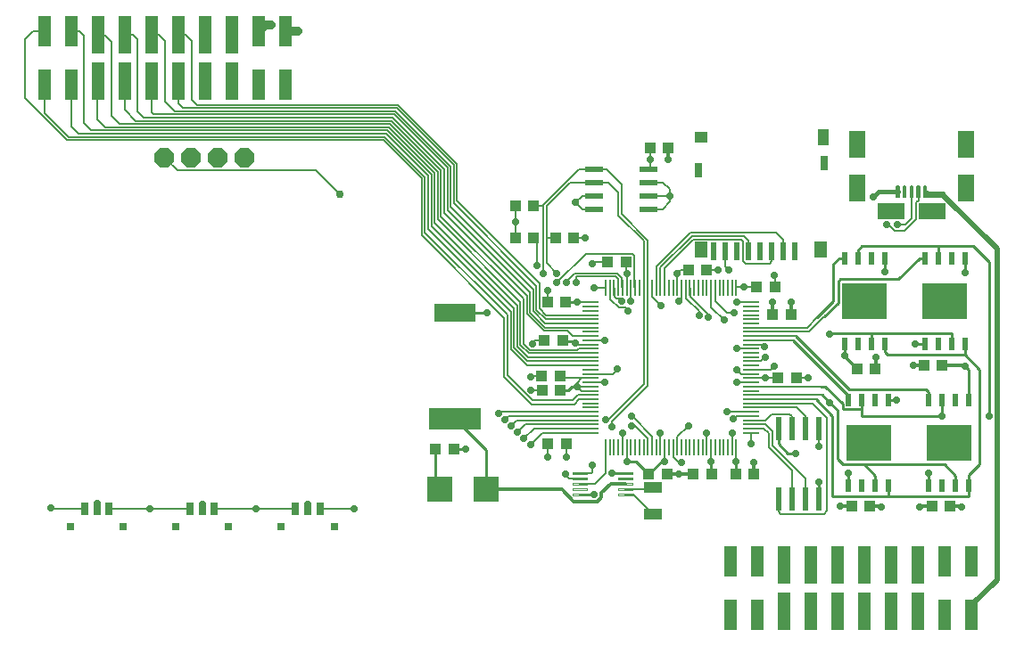
<source format=gbr>
G04 EAGLE Gerber RS-274X export*
G75*
%MOMM*%
%FSLAX34Y34*%
%LPD*%
%INTop Copper*%
%IPPOS*%
%AMOC8*
5,1,8,0,0,1.08239X$1,22.5*%
G01*
%ADD10R,0.200000X1.600000*%
%ADD11R,1.600000X0.200000*%
%ADD12R,1.050000X1.080000*%
%ADD13C,0.118838*%
%ADD14R,0.500000X1.200000*%
%ADD15R,4.300000X3.400000*%
%ADD16R,5.000000X2.000000*%
%ADD17R,4.000000X1.700000*%
%ADD18R,2.400000X2.400000*%
%ADD19R,1.000000X1.100000*%
%ADD20R,0.600000X2.200000*%
%ADD21C,0.200000*%
%ADD22R,1.500000X2.500000*%
%ADD23R,2.500000X1.500000*%
%ADD24R,0.550000X1.750000*%
%ADD25R,1.300000X1.500000*%
%ADD26R,1.000000X1.550000*%
%ADD27R,0.800000X1.400000*%
%ADD28R,1.300000X1.000000*%
%ADD29P,2.061953X8X202.500000*%
%ADD30R,1.270000X3.000000*%
%ADD31R,1.270000X3.680000*%
%ADD32R,0.650000X0.650000*%
%ADD33R,0.800000X1.250000*%
%ADD34R,1.800000X1.000000*%
%ADD35R,1.745500X0.591500*%
%ADD36C,0.203200*%
%ADD37C,0.152400*%
%ADD38C,0.706400*%
%ADD39C,0.254000*%
%ADD40C,0.756400*%
%ADD41C,0.304800*%
%ADD42C,0.812800*%
%ADD43C,0.406400*%
%ADD44C,0.508000*%


D10*
X602800Y201500D03*
X606800Y201500D03*
X610800Y201500D03*
X614800Y201500D03*
X618800Y201500D03*
X622800Y201500D03*
X626800Y201500D03*
X630800Y201500D03*
X634800Y201500D03*
X638800Y201500D03*
X642800Y201500D03*
X646800Y201500D03*
X650800Y201500D03*
X654800Y201500D03*
X658800Y201500D03*
X662800Y201500D03*
X666800Y201500D03*
X670800Y201500D03*
X674800Y201500D03*
X678800Y201500D03*
X682800Y201500D03*
X686800Y201500D03*
X690800Y201500D03*
X694800Y201500D03*
X698800Y201500D03*
X702800Y201500D03*
X706800Y201500D03*
X710800Y201500D03*
X714800Y201500D03*
X718800Y201500D03*
X722800Y201500D03*
X726800Y201500D03*
D11*
X740800Y215500D03*
X740800Y219500D03*
X740800Y223500D03*
X740800Y227500D03*
X740800Y231500D03*
X740800Y235500D03*
X740800Y239500D03*
X740800Y243500D03*
X740800Y247500D03*
X740800Y251500D03*
X740800Y255500D03*
X740800Y259500D03*
X740800Y263500D03*
X740800Y267500D03*
X740800Y271500D03*
X740800Y275500D03*
X740800Y279500D03*
X740800Y283500D03*
X740800Y287500D03*
X740800Y291500D03*
X740800Y295500D03*
X740800Y299500D03*
X740800Y303500D03*
X740800Y307500D03*
X740800Y311500D03*
X740800Y315500D03*
X740800Y319500D03*
X740800Y323500D03*
X740800Y327500D03*
X740800Y331500D03*
X740800Y335500D03*
X740800Y339500D03*
D10*
X726800Y353500D03*
X722800Y353500D03*
X718800Y353500D03*
X714800Y353500D03*
X710800Y353500D03*
X706800Y353500D03*
X702800Y353500D03*
X698800Y353500D03*
X694800Y353500D03*
X690800Y353500D03*
X686800Y353500D03*
X682800Y353500D03*
X678800Y353500D03*
X674800Y353500D03*
X670800Y353500D03*
X666800Y353500D03*
X662800Y353500D03*
X658800Y353500D03*
X654800Y353500D03*
X650800Y353500D03*
X646800Y353500D03*
X642800Y353500D03*
X638800Y353500D03*
X634800Y353500D03*
X630800Y353500D03*
X626800Y353500D03*
X622800Y353500D03*
X618800Y353500D03*
X614800Y353500D03*
X610800Y353500D03*
X606800Y353500D03*
X602800Y353500D03*
D11*
X588800Y339500D03*
X588800Y335500D03*
X588800Y331500D03*
X588800Y327500D03*
X588800Y323500D03*
X588800Y319500D03*
X588800Y315500D03*
X588800Y311500D03*
X588800Y307500D03*
X588800Y303500D03*
X588800Y299500D03*
X588800Y295500D03*
X588800Y291500D03*
X588800Y287500D03*
X588800Y283500D03*
X588800Y279500D03*
X588800Y275500D03*
X588800Y271500D03*
X588800Y267500D03*
X588800Y263500D03*
X588800Y259500D03*
X588800Y255500D03*
X588800Y251500D03*
X588800Y247500D03*
X588800Y243500D03*
X588800Y239500D03*
X588800Y235500D03*
X588800Y231500D03*
X588800Y227500D03*
X588800Y223500D03*
X588800Y219500D03*
X588800Y215500D03*
D12*
X703302Y176556D03*
X685802Y176556D03*
D13*
X627862Y158171D02*
X614666Y158171D01*
X627862Y158171D02*
X627862Y156389D01*
X614666Y156389D01*
X614666Y158171D01*
X614666Y157518D02*
X627862Y157518D01*
X627862Y163171D02*
X614666Y163171D01*
X627862Y163171D02*
X627862Y161389D01*
X614666Y161389D01*
X614666Y163171D01*
X614666Y162518D02*
X627862Y162518D01*
X627862Y168171D02*
X614666Y168171D01*
X627862Y168171D02*
X627862Y166389D01*
X614666Y166389D01*
X614666Y168171D01*
X614666Y167518D02*
X627862Y167518D01*
X627862Y173171D02*
X614666Y173171D01*
X627862Y173171D02*
X627862Y171389D01*
X614666Y171389D01*
X614666Y173171D01*
X614666Y172518D02*
X627862Y172518D01*
X627862Y178171D02*
X614666Y178171D01*
X627862Y178171D02*
X627862Y176389D01*
X614666Y176389D01*
X614666Y178171D01*
X614666Y177518D02*
X627862Y177518D01*
X584954Y178171D02*
X571758Y178171D01*
X584954Y178171D02*
X584954Y176389D01*
X571758Y176389D01*
X571758Y178171D01*
X571758Y177518D02*
X584954Y177518D01*
X584954Y173171D02*
X571758Y173171D01*
X584954Y173171D02*
X584954Y171389D01*
X571758Y171389D01*
X571758Y173171D01*
X571758Y172518D02*
X584954Y172518D01*
X584954Y168171D02*
X571758Y168171D01*
X584954Y168171D02*
X584954Y166389D01*
X571758Y166389D01*
X571758Y168171D01*
X571758Y167518D02*
X584954Y167518D01*
X584954Y163171D02*
X571758Y163171D01*
X584954Y163171D02*
X584954Y161389D01*
X571758Y161389D01*
X571758Y163171D01*
X571758Y162518D02*
X584954Y162518D01*
X584954Y158171D02*
X571758Y158171D01*
X584954Y158171D02*
X584954Y156389D01*
X571758Y156389D01*
X571758Y158171D01*
X571758Y157518D02*
X584954Y157518D01*
D14*
X833202Y246980D03*
X845902Y246980D03*
X858602Y246980D03*
X871302Y246980D03*
X871302Y165780D03*
X858602Y165780D03*
X845902Y165780D03*
X833202Y165780D03*
D15*
X852252Y206380D03*
D14*
X909402Y246980D03*
X922102Y246980D03*
X934802Y246980D03*
X947502Y246980D03*
X947502Y165780D03*
X934802Y165780D03*
X922102Y165780D03*
X909402Y165780D03*
D15*
X928452Y206380D03*
D14*
X905592Y381600D03*
X918292Y381600D03*
X930992Y381600D03*
X943692Y381600D03*
X943692Y300400D03*
X930992Y300400D03*
X918292Y300400D03*
X905592Y300400D03*
D15*
X924642Y341000D03*
D14*
X829392Y381600D03*
X842092Y381600D03*
X854792Y381600D03*
X867492Y381600D03*
X867492Y300400D03*
X854792Y300400D03*
X842092Y300400D03*
X829392Y300400D03*
D15*
X848442Y341000D03*
D16*
X460000Y228500D03*
D17*
X460000Y330000D03*
D18*
X489320Y161770D03*
X445320Y161770D03*
D19*
X458500Y200000D03*
X441500Y200000D03*
D20*
X766654Y152910D03*
X779354Y152910D03*
X792054Y152910D03*
X804754Y152910D03*
X804754Y219210D03*
X792054Y219210D03*
X779354Y219210D03*
X766654Y219210D03*
D21*
X905096Y439508D02*
X905096Y450008D01*
X907096Y450008D01*
X907096Y439508D01*
X905096Y439508D01*
X905096Y441408D02*
X907096Y441408D01*
X907096Y443308D02*
X905096Y443308D01*
X905096Y445208D02*
X907096Y445208D01*
X907096Y447108D02*
X905096Y447108D01*
X905096Y449008D02*
X907096Y449008D01*
X898596Y450008D02*
X898596Y439508D01*
X898596Y450008D02*
X900596Y450008D01*
X900596Y439508D01*
X898596Y439508D01*
X898596Y441408D02*
X900596Y441408D01*
X900596Y443308D02*
X898596Y443308D01*
X898596Y445208D02*
X900596Y445208D01*
X900596Y447108D02*
X898596Y447108D01*
X898596Y449008D02*
X900596Y449008D01*
X892096Y450008D02*
X892096Y439508D01*
X892096Y450008D02*
X894096Y450008D01*
X894096Y439508D01*
X892096Y439508D01*
X892096Y441408D02*
X894096Y441408D01*
X894096Y443308D02*
X892096Y443308D01*
X892096Y445208D02*
X894096Y445208D01*
X894096Y447108D02*
X892096Y447108D01*
X892096Y449008D02*
X894096Y449008D01*
X885596Y450008D02*
X885596Y439508D01*
X885596Y450008D02*
X887596Y450008D01*
X887596Y439508D01*
X885596Y439508D01*
X885596Y441408D02*
X887596Y441408D01*
X887596Y443308D02*
X885596Y443308D01*
X885596Y445208D02*
X887596Y445208D01*
X887596Y447108D02*
X885596Y447108D01*
X885596Y449008D02*
X887596Y449008D01*
X879096Y450008D02*
X879096Y439508D01*
X879096Y450008D02*
X881096Y450008D01*
X881096Y439508D01*
X879096Y439508D01*
X879096Y441408D02*
X881096Y441408D01*
X881096Y443308D02*
X879096Y443308D01*
X879096Y445208D02*
X881096Y445208D01*
X881096Y447108D02*
X879096Y447108D01*
X879096Y449008D02*
X881096Y449008D01*
D22*
X944596Y490008D03*
X944596Y448008D03*
D23*
X912596Y426008D03*
X873596Y426008D03*
D22*
X841596Y448008D03*
X841596Y490008D03*
D24*
X705596Y388168D03*
X716596Y388168D03*
X727596Y388168D03*
X738596Y388168D03*
X749596Y388168D03*
X760596Y388168D03*
X771596Y388168D03*
X782596Y388168D03*
D25*
X693596Y389418D03*
X807096Y389418D03*
D26*
X809596Y496168D03*
D27*
X810596Y471918D03*
X691096Y465418D03*
D28*
X693596Y496168D03*
D29*
X260300Y477300D03*
X234900Y477300D03*
X209500Y477300D03*
X184100Y477300D03*
D12*
X559700Y269242D03*
X542200Y269242D03*
X644946Y486398D03*
X662446Y486398D03*
X912360Y146030D03*
X929860Y146030D03*
X836170Y146030D03*
X853670Y146030D03*
X904900Y279840D03*
X922400Y279840D03*
X841250Y276190D03*
X858750Y276190D03*
X766264Y267808D03*
X783764Y267808D03*
X565354Y205428D03*
X547854Y205428D03*
X761250Y328000D03*
X778750Y328000D03*
X745850Y353970D03*
X763350Y353970D03*
X681250Y370000D03*
X698750Y370000D03*
X621930Y377840D03*
X604430Y377840D03*
X726170Y176350D03*
X743670Y176350D03*
X643790Y176350D03*
X661290Y176350D03*
X560020Y255682D03*
X542520Y255682D03*
X562052Y303048D03*
X544552Y303048D03*
X565100Y340000D03*
X547600Y340000D03*
D30*
X70000Y546600D03*
X95400Y546600D03*
D31*
X120800Y550000D03*
X146200Y550000D03*
X171600Y550000D03*
X197000Y550000D03*
X222400Y550000D03*
X247800Y550000D03*
D30*
X273200Y546600D03*
X298600Y546600D03*
X298600Y597400D03*
X273200Y597400D03*
D31*
X247800Y594000D03*
X222400Y594000D03*
X197000Y594000D03*
X171600Y594000D03*
X146200Y594000D03*
X120800Y594000D03*
D30*
X95400Y597400D03*
X70000Y597400D03*
X950000Y93400D03*
X924600Y93400D03*
D31*
X899200Y90000D03*
X873800Y90000D03*
X848400Y90000D03*
X823000Y90000D03*
X797600Y90000D03*
X772200Y90000D03*
D30*
X746800Y93400D03*
X721400Y93400D03*
X721400Y42600D03*
X746800Y42600D03*
D31*
X772200Y46000D03*
X797600Y46000D03*
X823000Y46000D03*
X848400Y46000D03*
X873800Y46000D03*
X899200Y46000D03*
D30*
X924600Y42600D03*
X950000Y42600D03*
D32*
X145000Y126750D03*
X95000Y126750D03*
D33*
X120000Y143750D03*
X131500Y143750D03*
X108500Y143750D03*
D32*
X245000Y126750D03*
X195000Y126750D03*
D33*
X220000Y143750D03*
X231500Y143750D03*
X208500Y143750D03*
D32*
X345000Y126750D03*
X295000Y126750D03*
D33*
X320000Y143750D03*
X331500Y143750D03*
X308500Y143750D03*
D34*
X647700Y163376D03*
X647700Y138376D03*
D35*
X591625Y466344D03*
X591625Y453644D03*
X591625Y440944D03*
X591625Y428244D03*
X643323Y428244D03*
X643323Y440944D03*
X643323Y453644D03*
X643323Y466344D03*
D19*
X534280Y400812D03*
X517280Y400812D03*
X534280Y431292D03*
X517280Y431292D03*
X555380Y400812D03*
X572380Y400812D03*
D36*
X602460Y201500D02*
X602800Y201500D01*
X602460Y201500D02*
X602460Y176923D01*
X592818Y167280D01*
X578356Y167280D01*
D37*
X740800Y205418D02*
X740800Y215500D01*
X740800Y205418D02*
X740492Y205110D01*
D38*
X740492Y205110D03*
X804754Y202824D03*
D37*
X804754Y219210D01*
D36*
X779354Y179873D02*
X779354Y152910D01*
X757436Y215161D02*
X753049Y219548D01*
X740848Y219548D01*
D37*
X740800Y219500D01*
D36*
X757436Y201791D02*
X779354Y179873D01*
X757436Y201791D02*
X757436Y215161D01*
X792054Y172246D02*
X792054Y152910D01*
X760992Y216875D02*
X754319Y223548D01*
X740848Y223548D01*
D37*
X740800Y223500D01*
D36*
X760992Y203308D02*
X792054Y172246D01*
X760992Y203308D02*
X760992Y216875D01*
X779354Y219210D02*
X779354Y231363D01*
X777205Y233512D01*
X760421Y233512D01*
X754409Y227500D02*
X740800Y227500D01*
X754409Y227500D02*
X760421Y233512D01*
X706800Y341020D02*
X706800Y353500D01*
X706800Y341020D02*
X717820Y330000D01*
X725000Y330000D01*
D38*
X725000Y330000D03*
X899200Y90000D03*
D36*
X715000Y322500D02*
X702800Y334700D01*
D38*
X715000Y322500D03*
X899200Y46000D03*
D36*
X702800Y334700D02*
X702800Y353500D01*
D38*
X700000Y325000D03*
D36*
X683260Y353040D02*
X682800Y353500D01*
X683260Y353040D02*
X683260Y344448D01*
X700000Y327708D02*
X700000Y325000D01*
X700000Y327708D02*
X683260Y344448D01*
D38*
X873800Y90000D03*
D36*
X873800Y97500D01*
D38*
X691412Y327500D03*
D36*
X679244Y353056D02*
X678800Y353500D01*
X691412Y331267D02*
X691412Y327500D01*
X679244Y343435D02*
X679244Y353056D01*
X679244Y343435D02*
X691412Y331267D01*
D38*
X873800Y46000D03*
D36*
X740800Y239500D02*
X740864Y239564D01*
X792054Y231109D02*
X792054Y219210D01*
X792054Y231109D02*
X783599Y239564D01*
X740864Y239564D01*
X740800Y243500D02*
X740848Y243548D01*
X740928Y243628D02*
X799093Y243628D01*
D37*
X740928Y243628D02*
X740800Y243500D01*
D36*
X799093Y243628D02*
X812882Y229839D01*
X812882Y141519D02*
X809925Y138562D01*
X768686Y138562D01*
X812882Y141519D02*
X812882Y229839D01*
X766654Y140594D02*
X768686Y138562D01*
X766654Y140594D02*
X766654Y152910D01*
D39*
X947502Y155620D02*
X947502Y165780D01*
X947502Y155620D02*
X947462Y155580D01*
X870032Y155580D01*
X817962Y155580D01*
X817962Y231780D01*
X802214Y247528D01*
D36*
X740828Y247528D01*
D37*
X740800Y247500D01*
D39*
X871302Y165780D02*
X871302Y156850D01*
X870032Y155580D01*
X943692Y289911D02*
X943692Y300400D01*
X947502Y175359D02*
X947502Y165780D01*
X957876Y275727D02*
X943692Y289911D01*
X957876Y275727D02*
X957876Y185733D01*
X947502Y175359D01*
X870361Y289911D02*
X867492Y292780D01*
X867492Y300400D01*
X870361Y289911D02*
X943692Y289911D01*
D36*
X808402Y251500D02*
X740800Y251500D01*
D39*
X808402Y251500D02*
X815422Y244480D01*
D38*
X815422Y244480D03*
D39*
X858602Y174630D02*
X858602Y165780D01*
X822878Y237024D02*
X815422Y244480D01*
X822878Y237024D02*
X822878Y190763D01*
X828325Y185316D01*
X847916Y185316D01*
X858602Y174630D01*
X934802Y174670D02*
X934802Y165780D01*
X934802Y174670D02*
X924156Y185316D01*
X847916Y185316D01*
X854792Y300400D02*
X854792Y310520D01*
D38*
X815422Y309504D03*
D39*
X930992Y310520D02*
X930992Y300400D01*
X930992Y310520D02*
X854792Y310520D01*
X816438Y310520D01*
X815422Y309504D01*
D38*
X966552Y231780D03*
D39*
X922102Y231780D02*
X922102Y246980D01*
D38*
X922102Y231780D03*
D39*
X842092Y388971D02*
X846055Y392934D01*
X842092Y388971D02*
X842092Y381600D01*
X846055Y392934D02*
X918292Y392934D01*
X951448Y392934D01*
X966552Y377830D01*
X966552Y231780D01*
X918292Y381600D02*
X918292Y392934D01*
X922102Y231780D02*
X845902Y231780D01*
X845902Y238130D02*
X827820Y238130D01*
X827820Y243298D01*
D36*
X806992Y259720D02*
X741020Y259720D01*
D37*
X740800Y259500D01*
D39*
X845902Y246980D02*
X845902Y238130D01*
X845902Y231780D01*
X811398Y259720D02*
X806992Y259720D01*
X811398Y259720D02*
X827820Y243298D01*
D37*
X685874Y399288D02*
X658752Y372166D01*
X731209Y399288D02*
X733140Y397357D01*
X733140Y378891D02*
X735603Y376428D01*
X758698Y376428D01*
X760596Y378326D01*
X760596Y388168D01*
X731209Y399288D02*
X685874Y399288D01*
X733140Y397357D02*
X733140Y378891D01*
X658800Y353500D02*
X658752Y353548D01*
X658752Y372166D01*
X654800Y372735D02*
X684571Y402506D01*
X738596Y398308D02*
X738596Y388168D01*
X738596Y398308D02*
X734398Y402506D01*
X684571Y402506D01*
X654800Y372735D02*
X654800Y353500D01*
X683098Y405554D02*
X697710Y405554D01*
X764878Y405554D01*
X771596Y398836D02*
X771596Y388168D01*
X771596Y398836D02*
X764878Y405554D01*
X650800Y373256D02*
X650800Y353500D01*
X650800Y373256D02*
X683098Y405554D01*
D38*
X655000Y336000D03*
D37*
X655000Y336305D01*
X646736Y353436D02*
X646800Y353500D01*
X646736Y353436D02*
X646736Y344569D01*
X655000Y336305D01*
D38*
X720000Y370000D03*
D37*
X716596Y373404D01*
X716596Y388168D01*
D36*
X578398Y177322D02*
X578356Y177280D01*
X578398Y177322D02*
X588907Y177322D01*
X642800Y260561D02*
X642800Y353500D01*
X642800Y260561D02*
X608810Y226571D01*
X608810Y221440D01*
D38*
X608810Y221440D03*
X589760Y184610D03*
D36*
X589760Y178175D01*
X588907Y177322D01*
D38*
X543408Y367284D03*
D37*
X617982Y423418D02*
X617982Y451612D01*
X603250Y466344D01*
X591625Y466344D01*
X642800Y398600D02*
X642800Y353500D01*
X642800Y398600D02*
X617982Y423418D01*
X591625Y466344D02*
X577596Y466344D01*
X543408Y432156D01*
X543408Y367284D01*
X542544Y431292D02*
X534280Y431292D01*
X542544Y431292D02*
X543408Y432156D01*
X350520Y441960D02*
X327660Y464820D01*
D40*
X350520Y441960D03*
D37*
X196580Y464820D02*
X184100Y477300D01*
X196580Y464820D02*
X327660Y464820D01*
D36*
X578398Y172322D02*
X578356Y172280D01*
X638800Y261590D02*
X638800Y353500D01*
X638800Y261590D02*
X605000Y227790D01*
X602738Y227790D01*
D38*
X602738Y227790D03*
X564360Y176482D03*
D36*
X567688Y172280D02*
X578356Y172280D01*
X567688Y172280D02*
X563486Y176482D01*
X564360Y176482D01*
D38*
X556260Y367284D03*
D37*
X614934Y422155D02*
X638800Y398289D01*
X614934Y444246D02*
X605536Y453644D01*
X591625Y453644D01*
X638800Y398289D02*
X638800Y353500D01*
X614934Y422155D02*
X614934Y444246D01*
X591625Y453644D02*
X569214Y453644D01*
X546608Y431038D01*
X546608Y400812D01*
X546608Y376936D01*
X556260Y367284D01*
X555380Y400812D02*
X546608Y400812D01*
X540064Y333653D02*
X546217Y327500D01*
X588800Y327500D01*
X461772Y436102D02*
X461772Y471088D01*
X405556Y527304D01*
X540064Y357810D02*
X540064Y333653D01*
X540064Y357810D02*
X461772Y436102D01*
X204216Y594000D02*
X197000Y594000D01*
X204216Y594000D02*
X210312Y587904D01*
X210312Y531876D01*
X214884Y527304D01*
X405556Y527304D01*
X537016Y355092D02*
X537016Y332391D01*
X545907Y323500D02*
X588800Y323500D01*
X545907Y323500D02*
X537016Y332391D01*
X537016Y355092D02*
X458724Y433384D01*
X458724Y469826D02*
X404294Y524256D01*
X458724Y469826D02*
X458724Y433384D01*
X197000Y528424D02*
X197000Y550000D01*
X197000Y528424D02*
X201168Y524256D01*
X404294Y524256D01*
X530920Y348996D02*
X530920Y329865D01*
X545285Y315500D02*
X588800Y315500D01*
X545285Y315500D02*
X530920Y329865D01*
X530920Y348996D02*
X452628Y427288D01*
X452628Y467301D02*
X401769Y518160D01*
X452628Y467301D02*
X452628Y427288D01*
X171600Y520296D02*
X171600Y550000D01*
X171600Y520296D02*
X173736Y518160D01*
X401769Y518160D01*
X527872Y328603D02*
X544023Y312452D01*
X527872Y328603D02*
X527872Y345948D01*
X571483Y307500D02*
X588800Y307500D01*
X571483Y307500D02*
X566531Y312452D01*
X544023Y312452D01*
X527872Y345948D02*
X449580Y424240D01*
X449580Y466038D02*
X400506Y515112D01*
X449580Y466038D02*
X449580Y424240D01*
X154000Y594000D02*
X146200Y594000D01*
X154000Y594000D02*
X158496Y589504D01*
X158496Y521208D02*
X164592Y515112D01*
X158496Y521208D02*
X158496Y589504D01*
X164592Y515112D02*
X400506Y515112D01*
D36*
X731252Y271500D02*
X740800Y271500D01*
X731252Y271500D02*
X727284Y275468D01*
D38*
X727284Y275468D03*
X924600Y42600D03*
D36*
X759731Y275500D02*
X740800Y275500D01*
X759731Y275500D02*
X762843Y278612D01*
D38*
X762843Y278612D03*
X924600Y93400D03*
D36*
X750048Y283500D02*
X740800Y283500D01*
X750048Y283500D02*
X753954Y287406D01*
D38*
X753954Y287406D03*
X950000Y93400D03*
D36*
X780532Y303500D02*
X740800Y303500D01*
D39*
X833202Y250830D02*
X833202Y246980D01*
X833202Y250830D02*
X780532Y303500D01*
D36*
X783383Y307500D02*
X740800Y307500D01*
D39*
X909402Y254600D02*
X909402Y246980D01*
X909402Y254600D02*
X906822Y257180D01*
X833703Y257180D01*
X783383Y307500D01*
D36*
X796082Y311500D02*
X810519Y325937D01*
X796082Y311500D02*
X740800Y311500D01*
D39*
X823640Y359665D02*
X825785Y361810D01*
X900512Y381600D02*
X905592Y381600D01*
X900512Y381600D02*
X880722Y361810D01*
X823640Y359665D02*
X823640Y339058D01*
X810519Y325937D01*
X825785Y361810D02*
X880722Y361810D01*
D36*
X803664Y325364D02*
X793773Y315473D01*
X740827Y315473D01*
D37*
X740800Y315500D01*
D39*
X824312Y381600D02*
X829392Y381600D01*
X824312Y381600D02*
X818978Y376266D01*
X818978Y340695D02*
X803687Y325404D01*
X818978Y340695D02*
X818978Y376266D01*
D36*
X518470Y227500D02*
X513150Y222180D01*
D38*
X513150Y222180D03*
D36*
X518470Y227500D02*
X588800Y227500D01*
D38*
X720089Y84581D03*
D36*
X720089Y92089D01*
X721400Y93400D01*
X526615Y223500D02*
X519223Y216107D01*
D38*
X519223Y216107D03*
D36*
X526615Y223500D02*
X588800Y223500D01*
D38*
X746760Y86038D03*
D36*
X746760Y93360D01*
X746800Y93400D01*
X534761Y219500D02*
X525295Y210035D01*
D38*
X525295Y210035D03*
D36*
X534761Y219500D02*
X588800Y219500D01*
D38*
X772200Y46000D03*
D36*
X542906Y215500D02*
X531368Y203962D01*
D38*
X531368Y203962D03*
D36*
X542906Y215500D02*
X588800Y215500D01*
D38*
X772200Y90000D03*
D36*
X642800Y201500D02*
X642800Y210516D01*
X630816Y222500D01*
X627500Y222500D01*
D38*
X627500Y222500D03*
X797600Y46000D03*
D36*
X646800Y201500D02*
X646800Y212173D01*
D38*
X627500Y231088D03*
D36*
X627885Y231088D02*
X646800Y212173D01*
X627885Y231088D02*
X627500Y231088D01*
D38*
X797600Y90000D03*
X675000Y187500D03*
D36*
X667244Y201056D02*
X666800Y201500D01*
X672208Y187500D02*
X675000Y187500D01*
X667244Y192464D02*
X667244Y201056D01*
X667244Y192464D02*
X672208Y187500D01*
D38*
X823000Y46000D03*
D36*
X670800Y201500D02*
X670800Y211872D01*
X681428Y222500D01*
D38*
X681428Y222500D03*
X823000Y90000D03*
D36*
X899640Y444714D02*
X899596Y444758D01*
X897556Y418797D02*
X886139Y407380D01*
X897556Y434560D02*
X899640Y436644D01*
X897556Y434560D02*
X897556Y418797D01*
X899640Y436644D02*
X899640Y444714D01*
D38*
X869160Y413452D03*
D36*
X871413Y413452D01*
X877485Y407380D01*
X886139Y407380D01*
D38*
X618112Y340444D03*
D36*
X612748Y342960D02*
X611260Y344448D01*
X611260Y353040D02*
X610800Y353500D01*
X611260Y353040D02*
X611260Y344448D01*
X612748Y342960D02*
X615596Y342960D01*
X618112Y340444D01*
D38*
X848400Y46000D03*
D36*
X893096Y419366D02*
X893096Y444758D01*
X893096Y419366D02*
X886940Y413210D01*
X880242Y413210D01*
X880000Y413452D01*
D38*
X880000Y413452D03*
X623772Y331650D03*
D36*
X607244Y353056D02*
X606800Y353500D01*
X621050Y334372D02*
X623772Y331650D01*
X621050Y334372D02*
X615597Y334372D01*
X607244Y342725D02*
X607244Y353056D01*
X607244Y342725D02*
X615597Y334372D01*
D38*
X848400Y90000D03*
D36*
X588800Y251500D02*
X576640Y251500D01*
X571472Y246332D01*
X555216Y246332D01*
D37*
X533592Y246332D01*
X509584Y270340D01*
X509584Y327660D01*
X431292Y405952D01*
X431292Y458463D02*
X392931Y496824D01*
X431292Y458463D02*
X431292Y405952D01*
X70000Y519527D02*
X70000Y546600D01*
X70000Y519527D02*
X92703Y496824D01*
X392931Y496824D01*
D36*
X577720Y247500D02*
X588800Y247500D01*
X572996Y242776D02*
X559026Y242776D01*
X572996Y242776D02*
X577720Y247500D01*
D37*
X506536Y269078D02*
X506536Y324612D01*
X532838Y242776D02*
X559026Y242776D01*
X532838Y242776D02*
X506536Y269078D01*
X506536Y324612D02*
X428244Y402904D01*
X428244Y457200D01*
X391668Y493776D01*
X385572Y493776D01*
X382524Y493776D01*
X91440Y493776D01*
X51816Y533400D01*
X51816Y589788D01*
X59436Y597408D01*
X69992Y597408D01*
X70000Y597400D01*
D38*
X829392Y288930D03*
D39*
X829392Y300400D01*
X896742Y300400D02*
X905592Y300400D01*
X896742Y300400D02*
X896702Y300360D01*
D38*
X896702Y300360D03*
D39*
X833202Y177170D02*
X833202Y165780D01*
D38*
X833202Y177170D03*
D39*
X909402Y177170D02*
X909402Y165780D01*
D38*
X909402Y177170D03*
D39*
X592030Y157280D02*
X578356Y157280D01*
X592030Y157280D02*
X592190Y157120D01*
D38*
X592190Y157120D03*
D39*
X470000Y200000D02*
X458500Y200000D01*
D38*
X470000Y200000D03*
D36*
X575924Y339500D02*
X588800Y339500D01*
X575670Y339500D02*
X575646Y339476D01*
D38*
X575646Y339476D03*
D36*
X574998Y299500D02*
X588800Y299500D01*
X574998Y299500D02*
X573900Y300598D01*
D38*
X573900Y300598D03*
D36*
X622800Y353500D02*
X622800Y366564D01*
X622890Y366654D01*
D38*
X622890Y366654D03*
D36*
X670800Y366812D02*
X670800Y353500D01*
X670800Y366812D02*
X670896Y366908D01*
D38*
X670896Y366908D03*
X734236Y353860D03*
D36*
X740800Y299500D02*
X751784Y299500D01*
X753856Y297428D01*
D38*
X753856Y297428D03*
D36*
X753954Y267594D02*
X753860Y267500D01*
X740800Y267500D01*
D38*
X753954Y267594D03*
D36*
X740774Y231526D02*
X740800Y231500D01*
X740774Y231526D02*
X726522Y231526D01*
X724236Y229240D01*
D38*
X724236Y229240D03*
D36*
X726800Y201500D02*
X726800Y188370D01*
X726776Y188346D01*
D38*
X726776Y188346D03*
D36*
X702800Y188500D02*
X702800Y201500D01*
X702800Y188500D02*
X702646Y188346D01*
D38*
X702646Y188346D03*
D36*
X658800Y188504D02*
X658800Y201500D01*
X658800Y188504D02*
X658958Y188346D01*
D38*
X658958Y188346D03*
D36*
X622800Y188436D02*
X622800Y201500D01*
X622800Y188436D02*
X622890Y188346D01*
D38*
X622890Y188346D03*
D36*
X588800Y259500D02*
X575680Y259500D01*
X575646Y259466D01*
D38*
X575646Y259466D03*
D36*
X579680Y255500D02*
X588800Y255500D01*
X579680Y255500D02*
X575680Y259500D01*
D39*
X766654Y219210D02*
X766654Y204856D01*
X775798Y195712D01*
X783164Y195712D01*
D38*
X783164Y195712D03*
D39*
X565600Y339500D02*
X565100Y340000D01*
X565600Y339500D02*
X575670Y339500D01*
X575924Y339500D01*
X562052Y303048D02*
X562454Y302646D01*
X571852Y302646D01*
X573900Y300598D01*
X570916Y259466D02*
X567132Y255682D01*
X560020Y255682D01*
X570916Y259466D02*
X575646Y259466D01*
X631704Y188436D02*
X643790Y176350D01*
X631704Y188436D02*
X622800Y188436D01*
X655786Y188346D02*
X658958Y188346D01*
X655786Y188346D02*
X643790Y176350D01*
X702646Y177212D02*
X702646Y188346D01*
X702646Y177212D02*
X703302Y176556D01*
X726776Y176956D02*
X726776Y188346D01*
X726776Y176956D02*
X726170Y176350D01*
X743176Y351296D02*
X745850Y353970D01*
D36*
X681250Y370000D02*
X673988Y370000D01*
X670896Y366908D01*
D41*
X825500Y146030D02*
X836170Y146030D01*
X825500Y146030D02*
X825472Y146002D01*
D38*
X825472Y146002D03*
D41*
X901700Y146030D02*
X912360Y146030D01*
X901700Y146030D02*
X900910Y145240D01*
D38*
X900910Y145240D03*
D41*
X841250Y276190D02*
X829392Y288048D01*
X829392Y288930D01*
X904880Y279860D02*
X904900Y279840D01*
X904880Y279860D02*
X894560Y279860D01*
D38*
X894560Y279860D03*
D41*
X761250Y328000D02*
X761210Y328040D01*
X761210Y339550D01*
D38*
X761210Y339550D03*
D36*
X575790Y259610D02*
X575646Y259466D01*
X621930Y367434D02*
X621930Y377840D01*
X621930Y367434D02*
X622800Y366564D01*
X734346Y353970D02*
X745850Y353970D01*
X734346Y353970D02*
X734236Y353860D01*
X727160Y353860D01*
X726800Y353500D01*
X565354Y205428D02*
X565354Y192506D01*
X565630Y192230D01*
D38*
X565630Y192230D03*
D36*
X580000Y267500D02*
X588800Y267500D01*
X580000Y267500D02*
X561442Y267500D01*
X559700Y269242D01*
D37*
X765956Y267500D02*
X766264Y267808D01*
X765956Y267500D02*
X753860Y267500D01*
X644946Y467967D02*
X644946Y475488D01*
X644946Y467967D02*
X643323Y466344D01*
X644946Y475488D02*
X644946Y486398D01*
D38*
X644946Y475488D03*
D37*
X517280Y415720D02*
X517280Y400812D01*
X517280Y415720D02*
X517000Y416000D01*
D38*
X517000Y416000D03*
D37*
X572380Y400812D02*
X583692Y400812D01*
D38*
X583692Y400812D03*
D37*
X517280Y416280D02*
X517280Y431292D01*
X517280Y416280D02*
X517000Y416000D01*
D42*
X279304Y603504D02*
X273200Y597400D01*
X279304Y603504D02*
X284988Y603504D01*
D40*
X284988Y603504D03*
D37*
X575646Y263146D02*
X575646Y259466D01*
X575646Y263146D02*
X580000Y267500D01*
D39*
X943692Y367670D02*
X943692Y381600D01*
D38*
X943692Y367670D03*
D39*
X867492Y368386D02*
X867492Y381600D01*
D38*
X867492Y368386D03*
D39*
X871302Y246980D02*
X879136Y246980D01*
X879176Y247020D01*
D38*
X879176Y247020D03*
D39*
X946231Y276231D02*
X947502Y274960D01*
X946231Y276231D02*
X943692Y278770D01*
X947502Y274960D02*
X947502Y246980D01*
D38*
X943692Y278770D03*
D39*
X621264Y177280D02*
X608860Y177280D01*
X608700Y177440D01*
D38*
X608700Y177440D03*
D39*
X490000Y330000D02*
X460000Y330000D01*
D38*
X490000Y330000D03*
D36*
X588800Y303500D02*
X601970Y303500D01*
X602062Y303408D01*
D38*
X602062Y303408D03*
D36*
X626800Y340338D02*
X626800Y353500D01*
X626800Y340338D02*
X626700Y340238D01*
D38*
X626700Y340238D03*
D36*
X674800Y342832D02*
X674800Y353500D01*
X674800Y342832D02*
X672206Y340238D01*
D38*
X672206Y340238D03*
D36*
X727308Y339500D02*
X740800Y339500D01*
X727308Y339500D02*
X727284Y339476D01*
D38*
X727284Y339476D03*
D36*
X727318Y295500D02*
X740800Y295500D01*
X727318Y295500D02*
X727284Y295534D01*
D38*
X727284Y295534D03*
D36*
X727314Y263500D02*
X740800Y263500D01*
X727314Y263500D02*
X727284Y263530D01*
D38*
X727284Y263530D03*
D36*
X717976Y235500D02*
X740800Y235500D01*
X717976Y235500D02*
X717886Y235590D01*
D38*
X717886Y235590D03*
D36*
X722800Y214928D02*
X722800Y201500D01*
X722800Y214928D02*
X722712Y215016D01*
D38*
X722712Y215016D03*
D36*
X698800Y214980D02*
X698800Y201500D01*
X698800Y214980D02*
X698836Y215016D01*
D38*
X698836Y215016D03*
D36*
X654800Y214856D02*
X654800Y201500D01*
X654800Y214856D02*
X654640Y215016D01*
D38*
X654640Y215016D03*
D36*
X618800Y214990D02*
X618800Y201500D01*
X618800Y214990D02*
X618826Y215016D01*
D38*
X618826Y215016D03*
D36*
X602032Y263500D02*
X588800Y263500D01*
X602032Y263500D02*
X602062Y263530D01*
D38*
X602062Y263530D03*
D39*
X804754Y169042D02*
X804754Y152910D01*
D38*
X804754Y169042D03*
D41*
X853670Y146030D02*
X863290Y146030D01*
X864080Y145240D01*
D38*
X864080Y145240D03*
D41*
X929860Y146030D02*
X939490Y146030D01*
X940280Y145240D01*
D38*
X940280Y145240D03*
D41*
X858750Y276190D02*
X859000Y276440D01*
X859000Y287480D01*
D38*
X859000Y287480D03*
D41*
X922400Y279840D02*
X942622Y279840D01*
X946231Y276231D01*
D38*
X778990Y339550D03*
D41*
X778990Y328240D02*
X778750Y328000D01*
X778990Y328240D02*
X778990Y339550D01*
X662446Y475990D02*
X662446Y486398D01*
X662446Y475990D02*
X661896Y475440D01*
D38*
X661896Y475440D03*
D41*
X743670Y187136D02*
X743670Y176350D01*
X743670Y187136D02*
X743684Y187150D01*
D38*
X743684Y187150D03*
D41*
X672940Y176350D02*
X661290Y176350D01*
X671514Y176556D02*
X672080Y175990D01*
D38*
X672080Y175990D03*
D41*
X673146Y176556D02*
X685802Y176556D01*
X673146Y176556D02*
X671514Y176556D01*
X672940Y176350D02*
X673146Y176556D01*
D36*
X763350Y353970D02*
X763350Y364080D01*
X762480Y364950D01*
D38*
X762480Y364950D03*
D36*
X698780Y370030D02*
X698750Y370000D01*
X698780Y370030D02*
X709140Y370030D01*
D38*
X709140Y370030D03*
D36*
X547600Y350730D02*
X547600Y340000D01*
X547600Y350730D02*
X547850Y350980D01*
D38*
X547850Y350980D03*
D36*
X544552Y303048D02*
X536306Y303048D01*
X533278Y300020D01*
D38*
X533278Y300020D03*
D36*
X532470Y255682D02*
X542520Y255682D01*
X532470Y255682D02*
X532008Y256144D01*
D38*
X532008Y256144D03*
D36*
X547854Y192234D02*
X547850Y192230D01*
X547854Y192234D02*
X547854Y205428D01*
D38*
X547850Y192230D03*
D43*
X861826Y444758D02*
X880096Y444758D01*
X861826Y444758D02*
X856742Y439674D01*
D38*
X856742Y439674D03*
D37*
X591625Y440944D02*
X580390Y440944D01*
X574294Y434848D01*
D38*
X574294Y434848D03*
D37*
X580898Y428244D02*
X591625Y428244D01*
X580898Y428244D02*
X574294Y434848D01*
X643323Y440944D02*
X663956Y440944D01*
D38*
X663956Y440944D03*
D37*
X657098Y428244D02*
X643323Y428244D01*
X657098Y428244D02*
X663956Y435102D01*
X663956Y440944D01*
X657352Y453644D02*
X643323Y453644D01*
X657352Y453644D02*
X663956Y447040D01*
X663956Y440944D01*
X604430Y377840D02*
X591454Y377840D01*
X589788Y376174D01*
D38*
X589788Y376174D03*
D37*
X542200Y269242D02*
X532132Y269242D01*
X531876Y268986D01*
D38*
X531876Y268986D03*
D37*
X783764Y267808D02*
X794674Y267808D01*
X794766Y267716D01*
D38*
X794766Y267716D03*
D37*
X169940Y143750D02*
X131500Y143750D01*
X169940Y143750D02*
X170180Y143510D01*
D38*
X170180Y143510D03*
D37*
X169940Y143750D02*
X208500Y143750D01*
X231500Y143750D02*
X270524Y143750D01*
X270764Y143510D01*
D38*
X270764Y143510D03*
D37*
X270524Y143750D02*
X308500Y143750D01*
X331500Y143750D02*
X363714Y143750D01*
X363728Y143764D01*
D38*
X363728Y143764D03*
D42*
X311000Y597400D02*
X298600Y597400D01*
D40*
X311000Y597400D03*
D37*
X591888Y353500D02*
X602800Y353500D01*
X591888Y353500D02*
X591820Y353568D01*
D38*
X591820Y353568D03*
D37*
X108500Y143750D02*
X76250Y143750D01*
X76000Y144000D01*
D38*
X76000Y144000D03*
D39*
X489320Y161770D02*
X489870Y161220D01*
X489320Y161770D02*
X489320Y199180D01*
X460000Y228500D01*
D41*
X594916Y150540D02*
X598770Y154394D01*
X598770Y158204D01*
X561226Y161770D02*
X489320Y161770D01*
X572456Y150540D02*
X594916Y150540D01*
X572456Y150540D02*
X561226Y161770D01*
X598770Y158204D02*
X607846Y167280D01*
X621264Y167280D01*
D39*
X445320Y161770D02*
X441500Y165590D01*
X441500Y200000D01*
D44*
X950000Y51567D02*
X950000Y42600D01*
X950000Y51567D02*
X974148Y75715D01*
X974148Y390203D01*
X923661Y440690D01*
D43*
X908128Y442726D02*
X906096Y444758D01*
X908128Y442726D02*
X923036Y442726D01*
X923153Y441198D02*
X923661Y440690D01*
X923153Y441198D02*
X908558Y441198D01*
D37*
X588800Y295500D02*
X577030Y295500D01*
X530868Y294202D02*
X524824Y300246D01*
X524824Y342900D01*
X575732Y294202D02*
X577030Y295500D01*
X575732Y294202D02*
X530868Y294202D01*
X524824Y342900D02*
X446532Y421192D01*
X446532Y464775D02*
X399243Y512064D01*
X446532Y464775D02*
X446532Y421192D01*
X146200Y522836D02*
X146200Y550000D01*
X146200Y522836D02*
X156972Y512064D01*
X399243Y512064D01*
X577341Y291500D02*
X588800Y291500D01*
X577341Y291500D02*
X576995Y291154D01*
X529606Y291154D01*
X521776Y298984D01*
X521776Y339852D01*
X443484Y418144D01*
X443484Y463513D02*
X397981Y509016D01*
X443484Y463513D02*
X443484Y418144D01*
X121964Y592836D02*
X120800Y594000D01*
X121964Y592836D02*
X128016Y592836D01*
X133588Y587264D01*
X133588Y517160D01*
X141732Y509016D01*
X397981Y509016D01*
X518728Y336804D02*
X518728Y297721D01*
X528949Y287500D02*
X588800Y287500D01*
X528949Y287500D02*
X518728Y297721D01*
X518728Y336804D02*
X440436Y415096D01*
X440436Y462250D02*
X396718Y505968D01*
X440436Y462250D02*
X440436Y415096D01*
X128016Y505968D02*
X120396Y513588D01*
X120396Y549596D01*
X120800Y550000D01*
X128016Y505968D02*
X396718Y505968D01*
X515680Y333756D02*
X515680Y296458D01*
X528638Y283500D02*
X588800Y283500D01*
X528638Y283500D02*
X515680Y296458D01*
X515680Y333756D02*
X437388Y412048D01*
X437388Y460988D02*
X395456Y502920D01*
X437388Y460988D02*
X437388Y412048D01*
X114300Y502920D02*
X107084Y510136D01*
X107084Y593336D02*
X103020Y597400D01*
X95400Y597400D01*
X114300Y502920D02*
X395456Y502920D01*
X107084Y510136D02*
X107084Y593336D01*
X512632Y330708D02*
X512632Y295196D01*
X528328Y279500D02*
X588800Y279500D01*
X528328Y279500D02*
X512632Y295196D01*
X512632Y330708D02*
X434340Y409000D01*
X434340Y459725D02*
X394193Y499872D01*
X434340Y459725D02*
X434340Y409000D01*
X95400Y506580D02*
X95400Y546600D01*
X102108Y499872D02*
X394193Y499872D01*
X102108Y499872D02*
X95400Y506580D01*
D36*
X501005Y234325D02*
X502179Y235500D01*
D38*
X501005Y234325D03*
D36*
X502179Y235500D02*
X588800Y235500D01*
D38*
X746800Y42600D03*
D36*
X510325Y231500D02*
X507077Y228253D01*
D38*
X507077Y228253D03*
D36*
X510325Y231500D02*
X588800Y231500D01*
D38*
X721400Y42600D03*
D37*
X533968Y331128D02*
X533968Y352044D01*
X545596Y319500D02*
X588800Y319500D01*
X545596Y319500D02*
X533968Y331128D01*
X533968Y352044D02*
X455676Y430336D01*
X455676Y468563D02*
X403031Y521208D01*
X455676Y468563D02*
X455676Y430336D01*
X178308Y594000D02*
X171600Y594000D01*
X178308Y594000D02*
X184404Y587904D01*
X184404Y530352D01*
X193548Y521208D01*
X403031Y521208D01*
X630102Y354198D02*
X630800Y353500D01*
X583758Y385526D02*
X556372Y358140D01*
X583758Y385526D02*
X628127Y385526D01*
X630102Y383551D02*
X630102Y354198D01*
X630102Y383551D02*
X628127Y385526D01*
D38*
X556372Y358140D03*
X120000Y148054D03*
D37*
X120000Y145034D01*
X618086Y354214D02*
X618800Y353500D01*
X618086Y354214D02*
X618086Y362757D01*
X613559Y367284D01*
D38*
X565460Y358140D03*
D37*
X565460Y359459D02*
X573285Y367284D01*
X565460Y359459D02*
X565460Y358140D01*
X573285Y367284D02*
X613559Y367284D01*
D38*
X220000Y147942D03*
D37*
X220000Y144922D01*
X614562Y353738D02*
X614800Y353500D01*
X614562Y353738D02*
X614562Y361971D01*
X612297Y364236D01*
X574548Y364236D01*
X574548Y358140D01*
D38*
X574548Y358140D03*
X320000Y147942D03*
D37*
X320000Y144922D01*
X621264Y157280D02*
X628796Y157280D01*
X647700Y138376D01*
X646604Y162280D02*
X647700Y163376D01*
X646604Y162280D02*
X621264Y162280D01*
X609320Y271500D02*
X588800Y271500D01*
X609320Y271500D02*
X614172Y276352D01*
D38*
X614172Y276352D03*
X537340Y374904D03*
D37*
X537340Y397752D02*
X534280Y400812D01*
X537340Y397752D02*
X537340Y374904D01*
D38*
X222400Y550000D03*
M02*

</source>
